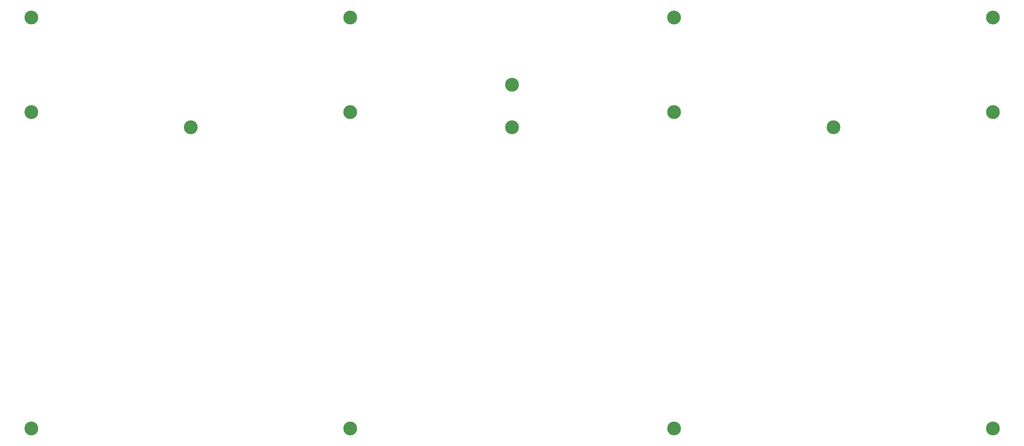
<source format=gbr>
%TF.GenerationSoftware,KiCad,Pcbnew,(5.1.7)-1*%
%TF.CreationDate,2021-02-21T21:24:22+01:00*%
%TF.ProjectId,kbic65-bottom,6b626963-3635-42d6-926f-74746f6d2e6b,rev?*%
%TF.SameCoordinates,Original*%
%TF.FileFunction,Soldermask,Top*%
%TF.FilePolarity,Negative*%
%FSLAX46Y46*%
G04 Gerber Fmt 4.6, Leading zero omitted, Abs format (unit mm)*
G04 Created by KiCad (PCBNEW (5.1.7)-1) date 2021-02-21 21:24:22*
%MOMM*%
%LPD*%
G01*
G04 APERTURE LIST*
%ADD10C,4.400000*%
G04 APERTURE END LIST*
D10*
%TO.C,REF\u002A\u002A*%
X69056250Y111918750D03*
%TD*%
%TO.C,REF\u002A\u002A*%
X171450000Y125412500D03*
%TD*%
%TO.C,REF\u002A\u002A*%
X171450000Y111918750D03*
%TD*%
%TO.C,REF\u002A\u002A*%
X273843750Y111918750D03*
%TD*%
%TO.C,REF\u002A\u002A*%
X223043750Y146843750D03*
%TD*%
%TO.C,REF\u002A\u002A*%
X223043750Y116681250D03*
%TD*%
%TO.C,REF\u002A\u002A*%
X119856250Y116681250D03*
%TD*%
%TO.C,REF\u002A\u002A*%
X119856250Y146843750D03*
%TD*%
%TO.C,REF\u002A\u002A*%
X18256250Y146843750D03*
%TD*%
%TO.C,REF\u002A\u002A*%
X18256250Y116681250D03*
%TD*%
%TO.C,REF\u002A\u002A*%
X18256250Y15875000D03*
%TD*%
%TO.C,REF\u002A\u002A*%
X119856250Y15875000D03*
%TD*%
%TO.C,REF\u002A\u002A*%
X223043750Y15875000D03*
%TD*%
%TO.C,REF\u002A\u002A*%
X324643750Y15875000D03*
%TD*%
%TO.C,REF\u002A\u002A*%
X324643750Y116681250D03*
%TD*%
%TO.C,REF\u002A\u002A*%
X324643750Y146843750D03*
%TD*%
M02*

</source>
